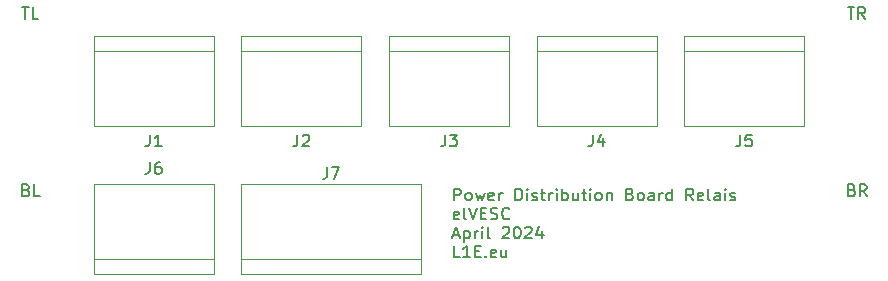
<source format=gbr>
%TF.GenerationSoftware,KiCad,Pcbnew,8.0.1*%
%TF.CreationDate,2024-04-19T10:07:40+02:00*%
%TF.ProjectId,PowerDistributionBoard,506f7765-7244-4697-9374-726962757469,rev?*%
%TF.SameCoordinates,Original*%
%TF.FileFunction,Legend,Top*%
%TF.FilePolarity,Positive*%
%FSLAX46Y46*%
G04 Gerber Fmt 4.6, Leading zero omitted, Abs format (unit mm)*
G04 Created by KiCad (PCBNEW 8.0.1) date 2024-04-19 10:07:40*
%MOMM*%
%LPD*%
G01*
G04 APERTURE LIST*
%ADD10C,0.150000*%
%ADD11C,0.120000*%
G04 APERTURE END LIST*
D10*
X162896779Y-47617987D02*
X162896779Y-46617987D01*
X162896779Y-46617987D02*
X163277731Y-46617987D01*
X163277731Y-46617987D02*
X163372969Y-46665606D01*
X163372969Y-46665606D02*
X163420588Y-46713225D01*
X163420588Y-46713225D02*
X163468207Y-46808463D01*
X163468207Y-46808463D02*
X163468207Y-46951320D01*
X163468207Y-46951320D02*
X163420588Y-47046558D01*
X163420588Y-47046558D02*
X163372969Y-47094177D01*
X163372969Y-47094177D02*
X163277731Y-47141796D01*
X163277731Y-47141796D02*
X162896779Y-47141796D01*
X164039636Y-47617987D02*
X163944398Y-47570368D01*
X163944398Y-47570368D02*
X163896779Y-47522748D01*
X163896779Y-47522748D02*
X163849160Y-47427510D01*
X163849160Y-47427510D02*
X163849160Y-47141796D01*
X163849160Y-47141796D02*
X163896779Y-47046558D01*
X163896779Y-47046558D02*
X163944398Y-46998939D01*
X163944398Y-46998939D02*
X164039636Y-46951320D01*
X164039636Y-46951320D02*
X164182493Y-46951320D01*
X164182493Y-46951320D02*
X164277731Y-46998939D01*
X164277731Y-46998939D02*
X164325350Y-47046558D01*
X164325350Y-47046558D02*
X164372969Y-47141796D01*
X164372969Y-47141796D02*
X164372969Y-47427510D01*
X164372969Y-47427510D02*
X164325350Y-47522748D01*
X164325350Y-47522748D02*
X164277731Y-47570368D01*
X164277731Y-47570368D02*
X164182493Y-47617987D01*
X164182493Y-47617987D02*
X164039636Y-47617987D01*
X164706303Y-46951320D02*
X164896779Y-47617987D01*
X164896779Y-47617987D02*
X165087255Y-47141796D01*
X165087255Y-47141796D02*
X165277731Y-47617987D01*
X165277731Y-47617987D02*
X165468207Y-46951320D01*
X166230112Y-47570368D02*
X166134874Y-47617987D01*
X166134874Y-47617987D02*
X165944398Y-47617987D01*
X165944398Y-47617987D02*
X165849160Y-47570368D01*
X165849160Y-47570368D02*
X165801541Y-47475129D01*
X165801541Y-47475129D02*
X165801541Y-47094177D01*
X165801541Y-47094177D02*
X165849160Y-46998939D01*
X165849160Y-46998939D02*
X165944398Y-46951320D01*
X165944398Y-46951320D02*
X166134874Y-46951320D01*
X166134874Y-46951320D02*
X166230112Y-46998939D01*
X166230112Y-46998939D02*
X166277731Y-47094177D01*
X166277731Y-47094177D02*
X166277731Y-47189415D01*
X166277731Y-47189415D02*
X165801541Y-47284653D01*
X166706303Y-47617987D02*
X166706303Y-46951320D01*
X166706303Y-47141796D02*
X166753922Y-47046558D01*
X166753922Y-47046558D02*
X166801541Y-46998939D01*
X166801541Y-46998939D02*
X166896779Y-46951320D01*
X166896779Y-46951320D02*
X166992017Y-46951320D01*
X168087256Y-47617987D02*
X168087256Y-46617987D01*
X168087256Y-46617987D02*
X168325351Y-46617987D01*
X168325351Y-46617987D02*
X168468208Y-46665606D01*
X168468208Y-46665606D02*
X168563446Y-46760844D01*
X168563446Y-46760844D02*
X168611065Y-46856082D01*
X168611065Y-46856082D02*
X168658684Y-47046558D01*
X168658684Y-47046558D02*
X168658684Y-47189415D01*
X168658684Y-47189415D02*
X168611065Y-47379891D01*
X168611065Y-47379891D02*
X168563446Y-47475129D01*
X168563446Y-47475129D02*
X168468208Y-47570368D01*
X168468208Y-47570368D02*
X168325351Y-47617987D01*
X168325351Y-47617987D02*
X168087256Y-47617987D01*
X169087256Y-47617987D02*
X169087256Y-46951320D01*
X169087256Y-46617987D02*
X169039637Y-46665606D01*
X169039637Y-46665606D02*
X169087256Y-46713225D01*
X169087256Y-46713225D02*
X169134875Y-46665606D01*
X169134875Y-46665606D02*
X169087256Y-46617987D01*
X169087256Y-46617987D02*
X169087256Y-46713225D01*
X169515827Y-47570368D02*
X169611065Y-47617987D01*
X169611065Y-47617987D02*
X169801541Y-47617987D01*
X169801541Y-47617987D02*
X169896779Y-47570368D01*
X169896779Y-47570368D02*
X169944398Y-47475129D01*
X169944398Y-47475129D02*
X169944398Y-47427510D01*
X169944398Y-47427510D02*
X169896779Y-47332272D01*
X169896779Y-47332272D02*
X169801541Y-47284653D01*
X169801541Y-47284653D02*
X169658684Y-47284653D01*
X169658684Y-47284653D02*
X169563446Y-47237034D01*
X169563446Y-47237034D02*
X169515827Y-47141796D01*
X169515827Y-47141796D02*
X169515827Y-47094177D01*
X169515827Y-47094177D02*
X169563446Y-46998939D01*
X169563446Y-46998939D02*
X169658684Y-46951320D01*
X169658684Y-46951320D02*
X169801541Y-46951320D01*
X169801541Y-46951320D02*
X169896779Y-46998939D01*
X170230113Y-46951320D02*
X170611065Y-46951320D01*
X170372970Y-46617987D02*
X170372970Y-47475129D01*
X170372970Y-47475129D02*
X170420589Y-47570368D01*
X170420589Y-47570368D02*
X170515827Y-47617987D01*
X170515827Y-47617987D02*
X170611065Y-47617987D01*
X170944399Y-47617987D02*
X170944399Y-46951320D01*
X170944399Y-47141796D02*
X170992018Y-47046558D01*
X170992018Y-47046558D02*
X171039637Y-46998939D01*
X171039637Y-46998939D02*
X171134875Y-46951320D01*
X171134875Y-46951320D02*
X171230113Y-46951320D01*
X171563447Y-47617987D02*
X171563447Y-46951320D01*
X171563447Y-46617987D02*
X171515828Y-46665606D01*
X171515828Y-46665606D02*
X171563447Y-46713225D01*
X171563447Y-46713225D02*
X171611066Y-46665606D01*
X171611066Y-46665606D02*
X171563447Y-46617987D01*
X171563447Y-46617987D02*
X171563447Y-46713225D01*
X172039637Y-47617987D02*
X172039637Y-46617987D01*
X172039637Y-46998939D02*
X172134875Y-46951320D01*
X172134875Y-46951320D02*
X172325351Y-46951320D01*
X172325351Y-46951320D02*
X172420589Y-46998939D01*
X172420589Y-46998939D02*
X172468208Y-47046558D01*
X172468208Y-47046558D02*
X172515827Y-47141796D01*
X172515827Y-47141796D02*
X172515827Y-47427510D01*
X172515827Y-47427510D02*
X172468208Y-47522748D01*
X172468208Y-47522748D02*
X172420589Y-47570368D01*
X172420589Y-47570368D02*
X172325351Y-47617987D01*
X172325351Y-47617987D02*
X172134875Y-47617987D01*
X172134875Y-47617987D02*
X172039637Y-47570368D01*
X173372970Y-46951320D02*
X173372970Y-47617987D01*
X172944399Y-46951320D02*
X172944399Y-47475129D01*
X172944399Y-47475129D02*
X172992018Y-47570368D01*
X172992018Y-47570368D02*
X173087256Y-47617987D01*
X173087256Y-47617987D02*
X173230113Y-47617987D01*
X173230113Y-47617987D02*
X173325351Y-47570368D01*
X173325351Y-47570368D02*
X173372970Y-47522748D01*
X173706304Y-46951320D02*
X174087256Y-46951320D01*
X173849161Y-46617987D02*
X173849161Y-47475129D01*
X173849161Y-47475129D02*
X173896780Y-47570368D01*
X173896780Y-47570368D02*
X173992018Y-47617987D01*
X173992018Y-47617987D02*
X174087256Y-47617987D01*
X174420590Y-47617987D02*
X174420590Y-46951320D01*
X174420590Y-46617987D02*
X174372971Y-46665606D01*
X174372971Y-46665606D02*
X174420590Y-46713225D01*
X174420590Y-46713225D02*
X174468209Y-46665606D01*
X174468209Y-46665606D02*
X174420590Y-46617987D01*
X174420590Y-46617987D02*
X174420590Y-46713225D01*
X175039637Y-47617987D02*
X174944399Y-47570368D01*
X174944399Y-47570368D02*
X174896780Y-47522748D01*
X174896780Y-47522748D02*
X174849161Y-47427510D01*
X174849161Y-47427510D02*
X174849161Y-47141796D01*
X174849161Y-47141796D02*
X174896780Y-47046558D01*
X174896780Y-47046558D02*
X174944399Y-46998939D01*
X174944399Y-46998939D02*
X175039637Y-46951320D01*
X175039637Y-46951320D02*
X175182494Y-46951320D01*
X175182494Y-46951320D02*
X175277732Y-46998939D01*
X175277732Y-46998939D02*
X175325351Y-47046558D01*
X175325351Y-47046558D02*
X175372970Y-47141796D01*
X175372970Y-47141796D02*
X175372970Y-47427510D01*
X175372970Y-47427510D02*
X175325351Y-47522748D01*
X175325351Y-47522748D02*
X175277732Y-47570368D01*
X175277732Y-47570368D02*
X175182494Y-47617987D01*
X175182494Y-47617987D02*
X175039637Y-47617987D01*
X175801542Y-46951320D02*
X175801542Y-47617987D01*
X175801542Y-47046558D02*
X175849161Y-46998939D01*
X175849161Y-46998939D02*
X175944399Y-46951320D01*
X175944399Y-46951320D02*
X176087256Y-46951320D01*
X176087256Y-46951320D02*
X176182494Y-46998939D01*
X176182494Y-46998939D02*
X176230113Y-47094177D01*
X176230113Y-47094177D02*
X176230113Y-47617987D01*
X177801542Y-47094177D02*
X177944399Y-47141796D01*
X177944399Y-47141796D02*
X177992018Y-47189415D01*
X177992018Y-47189415D02*
X178039637Y-47284653D01*
X178039637Y-47284653D02*
X178039637Y-47427510D01*
X178039637Y-47427510D02*
X177992018Y-47522748D01*
X177992018Y-47522748D02*
X177944399Y-47570368D01*
X177944399Y-47570368D02*
X177849161Y-47617987D01*
X177849161Y-47617987D02*
X177468209Y-47617987D01*
X177468209Y-47617987D02*
X177468209Y-46617987D01*
X177468209Y-46617987D02*
X177801542Y-46617987D01*
X177801542Y-46617987D02*
X177896780Y-46665606D01*
X177896780Y-46665606D02*
X177944399Y-46713225D01*
X177944399Y-46713225D02*
X177992018Y-46808463D01*
X177992018Y-46808463D02*
X177992018Y-46903701D01*
X177992018Y-46903701D02*
X177944399Y-46998939D01*
X177944399Y-46998939D02*
X177896780Y-47046558D01*
X177896780Y-47046558D02*
X177801542Y-47094177D01*
X177801542Y-47094177D02*
X177468209Y-47094177D01*
X178611066Y-47617987D02*
X178515828Y-47570368D01*
X178515828Y-47570368D02*
X178468209Y-47522748D01*
X178468209Y-47522748D02*
X178420590Y-47427510D01*
X178420590Y-47427510D02*
X178420590Y-47141796D01*
X178420590Y-47141796D02*
X178468209Y-47046558D01*
X178468209Y-47046558D02*
X178515828Y-46998939D01*
X178515828Y-46998939D02*
X178611066Y-46951320D01*
X178611066Y-46951320D02*
X178753923Y-46951320D01*
X178753923Y-46951320D02*
X178849161Y-46998939D01*
X178849161Y-46998939D02*
X178896780Y-47046558D01*
X178896780Y-47046558D02*
X178944399Y-47141796D01*
X178944399Y-47141796D02*
X178944399Y-47427510D01*
X178944399Y-47427510D02*
X178896780Y-47522748D01*
X178896780Y-47522748D02*
X178849161Y-47570368D01*
X178849161Y-47570368D02*
X178753923Y-47617987D01*
X178753923Y-47617987D02*
X178611066Y-47617987D01*
X179801542Y-47617987D02*
X179801542Y-47094177D01*
X179801542Y-47094177D02*
X179753923Y-46998939D01*
X179753923Y-46998939D02*
X179658685Y-46951320D01*
X179658685Y-46951320D02*
X179468209Y-46951320D01*
X179468209Y-46951320D02*
X179372971Y-46998939D01*
X179801542Y-47570368D02*
X179706304Y-47617987D01*
X179706304Y-47617987D02*
X179468209Y-47617987D01*
X179468209Y-47617987D02*
X179372971Y-47570368D01*
X179372971Y-47570368D02*
X179325352Y-47475129D01*
X179325352Y-47475129D02*
X179325352Y-47379891D01*
X179325352Y-47379891D02*
X179372971Y-47284653D01*
X179372971Y-47284653D02*
X179468209Y-47237034D01*
X179468209Y-47237034D02*
X179706304Y-47237034D01*
X179706304Y-47237034D02*
X179801542Y-47189415D01*
X180277733Y-47617987D02*
X180277733Y-46951320D01*
X180277733Y-47141796D02*
X180325352Y-47046558D01*
X180325352Y-47046558D02*
X180372971Y-46998939D01*
X180372971Y-46998939D02*
X180468209Y-46951320D01*
X180468209Y-46951320D02*
X180563447Y-46951320D01*
X181325352Y-47617987D02*
X181325352Y-46617987D01*
X181325352Y-47570368D02*
X181230114Y-47617987D01*
X181230114Y-47617987D02*
X181039638Y-47617987D01*
X181039638Y-47617987D02*
X180944400Y-47570368D01*
X180944400Y-47570368D02*
X180896781Y-47522748D01*
X180896781Y-47522748D02*
X180849162Y-47427510D01*
X180849162Y-47427510D02*
X180849162Y-47141796D01*
X180849162Y-47141796D02*
X180896781Y-47046558D01*
X180896781Y-47046558D02*
X180944400Y-46998939D01*
X180944400Y-46998939D02*
X181039638Y-46951320D01*
X181039638Y-46951320D02*
X181230114Y-46951320D01*
X181230114Y-46951320D02*
X181325352Y-46998939D01*
X183134876Y-47617987D02*
X182801543Y-47141796D01*
X182563448Y-47617987D02*
X182563448Y-46617987D01*
X182563448Y-46617987D02*
X182944400Y-46617987D01*
X182944400Y-46617987D02*
X183039638Y-46665606D01*
X183039638Y-46665606D02*
X183087257Y-46713225D01*
X183087257Y-46713225D02*
X183134876Y-46808463D01*
X183134876Y-46808463D02*
X183134876Y-46951320D01*
X183134876Y-46951320D02*
X183087257Y-47046558D01*
X183087257Y-47046558D02*
X183039638Y-47094177D01*
X183039638Y-47094177D02*
X182944400Y-47141796D01*
X182944400Y-47141796D02*
X182563448Y-47141796D01*
X183944400Y-47570368D02*
X183849162Y-47617987D01*
X183849162Y-47617987D02*
X183658686Y-47617987D01*
X183658686Y-47617987D02*
X183563448Y-47570368D01*
X183563448Y-47570368D02*
X183515829Y-47475129D01*
X183515829Y-47475129D02*
X183515829Y-47094177D01*
X183515829Y-47094177D02*
X183563448Y-46998939D01*
X183563448Y-46998939D02*
X183658686Y-46951320D01*
X183658686Y-46951320D02*
X183849162Y-46951320D01*
X183849162Y-46951320D02*
X183944400Y-46998939D01*
X183944400Y-46998939D02*
X183992019Y-47094177D01*
X183992019Y-47094177D02*
X183992019Y-47189415D01*
X183992019Y-47189415D02*
X183515829Y-47284653D01*
X184563448Y-47617987D02*
X184468210Y-47570368D01*
X184468210Y-47570368D02*
X184420591Y-47475129D01*
X184420591Y-47475129D02*
X184420591Y-46617987D01*
X185372972Y-47617987D02*
X185372972Y-47094177D01*
X185372972Y-47094177D02*
X185325353Y-46998939D01*
X185325353Y-46998939D02*
X185230115Y-46951320D01*
X185230115Y-46951320D02*
X185039639Y-46951320D01*
X185039639Y-46951320D02*
X184944401Y-46998939D01*
X185372972Y-47570368D02*
X185277734Y-47617987D01*
X185277734Y-47617987D02*
X185039639Y-47617987D01*
X185039639Y-47617987D02*
X184944401Y-47570368D01*
X184944401Y-47570368D02*
X184896782Y-47475129D01*
X184896782Y-47475129D02*
X184896782Y-47379891D01*
X184896782Y-47379891D02*
X184944401Y-47284653D01*
X184944401Y-47284653D02*
X185039639Y-47237034D01*
X185039639Y-47237034D02*
X185277734Y-47237034D01*
X185277734Y-47237034D02*
X185372972Y-47189415D01*
X185849163Y-47617987D02*
X185849163Y-46951320D01*
X185849163Y-46617987D02*
X185801544Y-46665606D01*
X185801544Y-46665606D02*
X185849163Y-46713225D01*
X185849163Y-46713225D02*
X185896782Y-46665606D01*
X185896782Y-46665606D02*
X185849163Y-46617987D01*
X185849163Y-46617987D02*
X185849163Y-46713225D01*
X186277734Y-47570368D02*
X186372972Y-47617987D01*
X186372972Y-47617987D02*
X186563448Y-47617987D01*
X186563448Y-47617987D02*
X186658686Y-47570368D01*
X186658686Y-47570368D02*
X186706305Y-47475129D01*
X186706305Y-47475129D02*
X186706305Y-47427510D01*
X186706305Y-47427510D02*
X186658686Y-47332272D01*
X186658686Y-47332272D02*
X186563448Y-47284653D01*
X186563448Y-47284653D02*
X186420591Y-47284653D01*
X186420591Y-47284653D02*
X186325353Y-47237034D01*
X186325353Y-47237034D02*
X186277734Y-47141796D01*
X186277734Y-47141796D02*
X186277734Y-47094177D01*
X186277734Y-47094177D02*
X186325353Y-46998939D01*
X186325353Y-46998939D02*
X186420591Y-46951320D01*
X186420591Y-46951320D02*
X186563448Y-46951320D01*
X186563448Y-46951320D02*
X186658686Y-46998939D01*
X163277731Y-49180312D02*
X163182493Y-49227931D01*
X163182493Y-49227931D02*
X162992017Y-49227931D01*
X162992017Y-49227931D02*
X162896779Y-49180312D01*
X162896779Y-49180312D02*
X162849160Y-49085073D01*
X162849160Y-49085073D02*
X162849160Y-48704121D01*
X162849160Y-48704121D02*
X162896779Y-48608883D01*
X162896779Y-48608883D02*
X162992017Y-48561264D01*
X162992017Y-48561264D02*
X163182493Y-48561264D01*
X163182493Y-48561264D02*
X163277731Y-48608883D01*
X163277731Y-48608883D02*
X163325350Y-48704121D01*
X163325350Y-48704121D02*
X163325350Y-48799359D01*
X163325350Y-48799359D02*
X162849160Y-48894597D01*
X163896779Y-49227931D02*
X163801541Y-49180312D01*
X163801541Y-49180312D02*
X163753922Y-49085073D01*
X163753922Y-49085073D02*
X163753922Y-48227931D01*
X164134875Y-48227931D02*
X164468208Y-49227931D01*
X164468208Y-49227931D02*
X164801541Y-48227931D01*
X165134875Y-48704121D02*
X165468208Y-48704121D01*
X165611065Y-49227931D02*
X165134875Y-49227931D01*
X165134875Y-49227931D02*
X165134875Y-48227931D01*
X165134875Y-48227931D02*
X165611065Y-48227931D01*
X165992018Y-49180312D02*
X166134875Y-49227931D01*
X166134875Y-49227931D02*
X166372970Y-49227931D01*
X166372970Y-49227931D02*
X166468208Y-49180312D01*
X166468208Y-49180312D02*
X166515827Y-49132692D01*
X166515827Y-49132692D02*
X166563446Y-49037454D01*
X166563446Y-49037454D02*
X166563446Y-48942216D01*
X166563446Y-48942216D02*
X166515827Y-48846978D01*
X166515827Y-48846978D02*
X166468208Y-48799359D01*
X166468208Y-48799359D02*
X166372970Y-48751740D01*
X166372970Y-48751740D02*
X166182494Y-48704121D01*
X166182494Y-48704121D02*
X166087256Y-48656502D01*
X166087256Y-48656502D02*
X166039637Y-48608883D01*
X166039637Y-48608883D02*
X165992018Y-48513645D01*
X165992018Y-48513645D02*
X165992018Y-48418407D01*
X165992018Y-48418407D02*
X166039637Y-48323169D01*
X166039637Y-48323169D02*
X166087256Y-48275550D01*
X166087256Y-48275550D02*
X166182494Y-48227931D01*
X166182494Y-48227931D02*
X166420589Y-48227931D01*
X166420589Y-48227931D02*
X166563446Y-48275550D01*
X167563446Y-49132692D02*
X167515827Y-49180312D01*
X167515827Y-49180312D02*
X167372970Y-49227931D01*
X167372970Y-49227931D02*
X167277732Y-49227931D01*
X167277732Y-49227931D02*
X167134875Y-49180312D01*
X167134875Y-49180312D02*
X167039637Y-49085073D01*
X167039637Y-49085073D02*
X166992018Y-48989835D01*
X166992018Y-48989835D02*
X166944399Y-48799359D01*
X166944399Y-48799359D02*
X166944399Y-48656502D01*
X166944399Y-48656502D02*
X166992018Y-48466026D01*
X166992018Y-48466026D02*
X167039637Y-48370788D01*
X167039637Y-48370788D02*
X167134875Y-48275550D01*
X167134875Y-48275550D02*
X167277732Y-48227931D01*
X167277732Y-48227931D02*
X167372970Y-48227931D01*
X167372970Y-48227931D02*
X167515827Y-48275550D01*
X167515827Y-48275550D02*
X167563446Y-48323169D01*
X162849160Y-50552160D02*
X163325350Y-50552160D01*
X162753922Y-50837875D02*
X163087255Y-49837875D01*
X163087255Y-49837875D02*
X163420588Y-50837875D01*
X163753922Y-50171208D02*
X163753922Y-51171208D01*
X163753922Y-50218827D02*
X163849160Y-50171208D01*
X163849160Y-50171208D02*
X164039636Y-50171208D01*
X164039636Y-50171208D02*
X164134874Y-50218827D01*
X164134874Y-50218827D02*
X164182493Y-50266446D01*
X164182493Y-50266446D02*
X164230112Y-50361684D01*
X164230112Y-50361684D02*
X164230112Y-50647398D01*
X164230112Y-50647398D02*
X164182493Y-50742636D01*
X164182493Y-50742636D02*
X164134874Y-50790256D01*
X164134874Y-50790256D02*
X164039636Y-50837875D01*
X164039636Y-50837875D02*
X163849160Y-50837875D01*
X163849160Y-50837875D02*
X163753922Y-50790256D01*
X164658684Y-50837875D02*
X164658684Y-50171208D01*
X164658684Y-50361684D02*
X164706303Y-50266446D01*
X164706303Y-50266446D02*
X164753922Y-50218827D01*
X164753922Y-50218827D02*
X164849160Y-50171208D01*
X164849160Y-50171208D02*
X164944398Y-50171208D01*
X165277732Y-50837875D02*
X165277732Y-50171208D01*
X165277732Y-49837875D02*
X165230113Y-49885494D01*
X165230113Y-49885494D02*
X165277732Y-49933113D01*
X165277732Y-49933113D02*
X165325351Y-49885494D01*
X165325351Y-49885494D02*
X165277732Y-49837875D01*
X165277732Y-49837875D02*
X165277732Y-49933113D01*
X165896779Y-50837875D02*
X165801541Y-50790256D01*
X165801541Y-50790256D02*
X165753922Y-50695017D01*
X165753922Y-50695017D02*
X165753922Y-49837875D01*
X166992018Y-49933113D02*
X167039637Y-49885494D01*
X167039637Y-49885494D02*
X167134875Y-49837875D01*
X167134875Y-49837875D02*
X167372970Y-49837875D01*
X167372970Y-49837875D02*
X167468208Y-49885494D01*
X167468208Y-49885494D02*
X167515827Y-49933113D01*
X167515827Y-49933113D02*
X167563446Y-50028351D01*
X167563446Y-50028351D02*
X167563446Y-50123589D01*
X167563446Y-50123589D02*
X167515827Y-50266446D01*
X167515827Y-50266446D02*
X166944399Y-50837875D01*
X166944399Y-50837875D02*
X167563446Y-50837875D01*
X168182494Y-49837875D02*
X168277732Y-49837875D01*
X168277732Y-49837875D02*
X168372970Y-49885494D01*
X168372970Y-49885494D02*
X168420589Y-49933113D01*
X168420589Y-49933113D02*
X168468208Y-50028351D01*
X168468208Y-50028351D02*
X168515827Y-50218827D01*
X168515827Y-50218827D02*
X168515827Y-50456922D01*
X168515827Y-50456922D02*
X168468208Y-50647398D01*
X168468208Y-50647398D02*
X168420589Y-50742636D01*
X168420589Y-50742636D02*
X168372970Y-50790256D01*
X168372970Y-50790256D02*
X168277732Y-50837875D01*
X168277732Y-50837875D02*
X168182494Y-50837875D01*
X168182494Y-50837875D02*
X168087256Y-50790256D01*
X168087256Y-50790256D02*
X168039637Y-50742636D01*
X168039637Y-50742636D02*
X167992018Y-50647398D01*
X167992018Y-50647398D02*
X167944399Y-50456922D01*
X167944399Y-50456922D02*
X167944399Y-50218827D01*
X167944399Y-50218827D02*
X167992018Y-50028351D01*
X167992018Y-50028351D02*
X168039637Y-49933113D01*
X168039637Y-49933113D02*
X168087256Y-49885494D01*
X168087256Y-49885494D02*
X168182494Y-49837875D01*
X168896780Y-49933113D02*
X168944399Y-49885494D01*
X168944399Y-49885494D02*
X169039637Y-49837875D01*
X169039637Y-49837875D02*
X169277732Y-49837875D01*
X169277732Y-49837875D02*
X169372970Y-49885494D01*
X169372970Y-49885494D02*
X169420589Y-49933113D01*
X169420589Y-49933113D02*
X169468208Y-50028351D01*
X169468208Y-50028351D02*
X169468208Y-50123589D01*
X169468208Y-50123589D02*
X169420589Y-50266446D01*
X169420589Y-50266446D02*
X168849161Y-50837875D01*
X168849161Y-50837875D02*
X169468208Y-50837875D01*
X170325351Y-50171208D02*
X170325351Y-50837875D01*
X170087256Y-49790256D02*
X169849161Y-50504541D01*
X169849161Y-50504541D02*
X170468208Y-50504541D01*
X163372969Y-52447819D02*
X162896779Y-52447819D01*
X162896779Y-52447819D02*
X162896779Y-51447819D01*
X164230112Y-52447819D02*
X163658684Y-52447819D01*
X163944398Y-52447819D02*
X163944398Y-51447819D01*
X163944398Y-51447819D02*
X163849160Y-51590676D01*
X163849160Y-51590676D02*
X163753922Y-51685914D01*
X163753922Y-51685914D02*
X163658684Y-51733533D01*
X164658684Y-51924009D02*
X164992017Y-51924009D01*
X165134874Y-52447819D02*
X164658684Y-52447819D01*
X164658684Y-52447819D02*
X164658684Y-51447819D01*
X164658684Y-51447819D02*
X165134874Y-51447819D01*
X165563446Y-52352580D02*
X165611065Y-52400200D01*
X165611065Y-52400200D02*
X165563446Y-52447819D01*
X165563446Y-52447819D02*
X165515827Y-52400200D01*
X165515827Y-52400200D02*
X165563446Y-52352580D01*
X165563446Y-52352580D02*
X165563446Y-52447819D01*
X166420588Y-52400200D02*
X166325350Y-52447819D01*
X166325350Y-52447819D02*
X166134874Y-52447819D01*
X166134874Y-52447819D02*
X166039636Y-52400200D01*
X166039636Y-52400200D02*
X165992017Y-52304961D01*
X165992017Y-52304961D02*
X165992017Y-51924009D01*
X165992017Y-51924009D02*
X166039636Y-51828771D01*
X166039636Y-51828771D02*
X166134874Y-51781152D01*
X166134874Y-51781152D02*
X166325350Y-51781152D01*
X166325350Y-51781152D02*
X166420588Y-51828771D01*
X166420588Y-51828771D02*
X166468207Y-51924009D01*
X166468207Y-51924009D02*
X166468207Y-52019247D01*
X166468207Y-52019247D02*
X165992017Y-52114485D01*
X167325350Y-51781152D02*
X167325350Y-52447819D01*
X166896779Y-51781152D02*
X166896779Y-52304961D01*
X166896779Y-52304961D02*
X166944398Y-52400200D01*
X166944398Y-52400200D02*
X167039636Y-52447819D01*
X167039636Y-52447819D02*
X167182493Y-52447819D01*
X167182493Y-52447819D02*
X167277731Y-52400200D01*
X167277731Y-52400200D02*
X167325350Y-52352580D01*
X152136666Y-44804819D02*
X152136666Y-45519104D01*
X152136666Y-45519104D02*
X152089047Y-45661961D01*
X152089047Y-45661961D02*
X151993809Y-45757200D01*
X151993809Y-45757200D02*
X151850952Y-45804819D01*
X151850952Y-45804819D02*
X151755714Y-45804819D01*
X152517619Y-44804819D02*
X153184285Y-44804819D01*
X153184285Y-44804819D02*
X152755714Y-45804819D01*
X137126666Y-44374819D02*
X137126666Y-45089104D01*
X137126666Y-45089104D02*
X137079047Y-45231961D01*
X137079047Y-45231961D02*
X136983809Y-45327200D01*
X136983809Y-45327200D02*
X136840952Y-45374819D01*
X136840952Y-45374819D02*
X136745714Y-45374819D01*
X138031428Y-44374819D02*
X137840952Y-44374819D01*
X137840952Y-44374819D02*
X137745714Y-44422438D01*
X137745714Y-44422438D02*
X137698095Y-44470057D01*
X137698095Y-44470057D02*
X137602857Y-44612914D01*
X137602857Y-44612914D02*
X137555238Y-44803390D01*
X137555238Y-44803390D02*
X137555238Y-45184342D01*
X137555238Y-45184342D02*
X137602857Y-45279580D01*
X137602857Y-45279580D02*
X137650476Y-45327200D01*
X137650476Y-45327200D02*
X137745714Y-45374819D01*
X137745714Y-45374819D02*
X137936190Y-45374819D01*
X137936190Y-45374819D02*
X138031428Y-45327200D01*
X138031428Y-45327200D02*
X138079047Y-45279580D01*
X138079047Y-45279580D02*
X138126666Y-45184342D01*
X138126666Y-45184342D02*
X138126666Y-44946247D01*
X138126666Y-44946247D02*
X138079047Y-44851009D01*
X138079047Y-44851009D02*
X138031428Y-44803390D01*
X138031428Y-44803390D02*
X137936190Y-44755771D01*
X137936190Y-44755771D02*
X137745714Y-44755771D01*
X137745714Y-44755771D02*
X137650476Y-44803390D01*
X137650476Y-44803390D02*
X137602857Y-44851009D01*
X137602857Y-44851009D02*
X137555238Y-44946247D01*
X149626666Y-42034819D02*
X149626666Y-42749104D01*
X149626666Y-42749104D02*
X149579047Y-42891961D01*
X149579047Y-42891961D02*
X149483809Y-42987200D01*
X149483809Y-42987200D02*
X149340952Y-43034819D01*
X149340952Y-43034819D02*
X149245714Y-43034819D01*
X150055238Y-42130057D02*
X150102857Y-42082438D01*
X150102857Y-42082438D02*
X150198095Y-42034819D01*
X150198095Y-42034819D02*
X150436190Y-42034819D01*
X150436190Y-42034819D02*
X150531428Y-42082438D01*
X150531428Y-42082438D02*
X150579047Y-42130057D01*
X150579047Y-42130057D02*
X150626666Y-42225295D01*
X150626666Y-42225295D02*
X150626666Y-42320533D01*
X150626666Y-42320533D02*
X150579047Y-42463390D01*
X150579047Y-42463390D02*
X150007619Y-43034819D01*
X150007619Y-43034819D02*
X150626666Y-43034819D01*
X137126666Y-42034819D02*
X137126666Y-42749104D01*
X137126666Y-42749104D02*
X137079047Y-42891961D01*
X137079047Y-42891961D02*
X136983809Y-42987200D01*
X136983809Y-42987200D02*
X136840952Y-43034819D01*
X136840952Y-43034819D02*
X136745714Y-43034819D01*
X138126666Y-43034819D02*
X137555238Y-43034819D01*
X137840952Y-43034819D02*
X137840952Y-42034819D01*
X137840952Y-42034819D02*
X137745714Y-42177676D01*
X137745714Y-42177676D02*
X137650476Y-42272914D01*
X137650476Y-42272914D02*
X137555238Y-42320533D01*
X162126666Y-42034819D02*
X162126666Y-42749104D01*
X162126666Y-42749104D02*
X162079047Y-42891961D01*
X162079047Y-42891961D02*
X161983809Y-42987200D01*
X161983809Y-42987200D02*
X161840952Y-43034819D01*
X161840952Y-43034819D02*
X161745714Y-43034819D01*
X162507619Y-42034819D02*
X163126666Y-42034819D01*
X163126666Y-42034819D02*
X162793333Y-42415771D01*
X162793333Y-42415771D02*
X162936190Y-42415771D01*
X162936190Y-42415771D02*
X163031428Y-42463390D01*
X163031428Y-42463390D02*
X163079047Y-42511009D01*
X163079047Y-42511009D02*
X163126666Y-42606247D01*
X163126666Y-42606247D02*
X163126666Y-42844342D01*
X163126666Y-42844342D02*
X163079047Y-42939580D01*
X163079047Y-42939580D02*
X163031428Y-42987200D01*
X163031428Y-42987200D02*
X162936190Y-43034819D01*
X162936190Y-43034819D02*
X162650476Y-43034819D01*
X162650476Y-43034819D02*
X162555238Y-42987200D01*
X162555238Y-42987200D02*
X162507619Y-42939580D01*
X174626666Y-42034819D02*
X174626666Y-42749104D01*
X174626666Y-42749104D02*
X174579047Y-42891961D01*
X174579047Y-42891961D02*
X174483809Y-42987200D01*
X174483809Y-42987200D02*
X174340952Y-43034819D01*
X174340952Y-43034819D02*
X174245714Y-43034819D01*
X175531428Y-42368152D02*
X175531428Y-43034819D01*
X175293333Y-41987200D02*
X175055238Y-42701485D01*
X175055238Y-42701485D02*
X175674285Y-42701485D01*
X126666666Y-46731009D02*
X126809523Y-46778628D01*
X126809523Y-46778628D02*
X126857142Y-46826247D01*
X126857142Y-46826247D02*
X126904761Y-46921485D01*
X126904761Y-46921485D02*
X126904761Y-47064342D01*
X126904761Y-47064342D02*
X126857142Y-47159580D01*
X126857142Y-47159580D02*
X126809523Y-47207200D01*
X126809523Y-47207200D02*
X126714285Y-47254819D01*
X126714285Y-47254819D02*
X126333333Y-47254819D01*
X126333333Y-47254819D02*
X126333333Y-46254819D01*
X126333333Y-46254819D02*
X126666666Y-46254819D01*
X126666666Y-46254819D02*
X126761904Y-46302438D01*
X126761904Y-46302438D02*
X126809523Y-46350057D01*
X126809523Y-46350057D02*
X126857142Y-46445295D01*
X126857142Y-46445295D02*
X126857142Y-46540533D01*
X126857142Y-46540533D02*
X126809523Y-46635771D01*
X126809523Y-46635771D02*
X126761904Y-46683390D01*
X126761904Y-46683390D02*
X126666666Y-46731009D01*
X126666666Y-46731009D02*
X126333333Y-46731009D01*
X127809523Y-47254819D02*
X127333333Y-47254819D01*
X127333333Y-47254819D02*
X127333333Y-46254819D01*
X196571428Y-46731009D02*
X196714285Y-46778628D01*
X196714285Y-46778628D02*
X196761904Y-46826247D01*
X196761904Y-46826247D02*
X196809523Y-46921485D01*
X196809523Y-46921485D02*
X196809523Y-47064342D01*
X196809523Y-47064342D02*
X196761904Y-47159580D01*
X196761904Y-47159580D02*
X196714285Y-47207200D01*
X196714285Y-47207200D02*
X196619047Y-47254819D01*
X196619047Y-47254819D02*
X196238095Y-47254819D01*
X196238095Y-47254819D02*
X196238095Y-46254819D01*
X196238095Y-46254819D02*
X196571428Y-46254819D01*
X196571428Y-46254819D02*
X196666666Y-46302438D01*
X196666666Y-46302438D02*
X196714285Y-46350057D01*
X196714285Y-46350057D02*
X196761904Y-46445295D01*
X196761904Y-46445295D02*
X196761904Y-46540533D01*
X196761904Y-46540533D02*
X196714285Y-46635771D01*
X196714285Y-46635771D02*
X196666666Y-46683390D01*
X196666666Y-46683390D02*
X196571428Y-46731009D01*
X196571428Y-46731009D02*
X196238095Y-46731009D01*
X197809523Y-47254819D02*
X197476190Y-46778628D01*
X197238095Y-47254819D02*
X197238095Y-46254819D01*
X197238095Y-46254819D02*
X197619047Y-46254819D01*
X197619047Y-46254819D02*
X197714285Y-46302438D01*
X197714285Y-46302438D02*
X197761904Y-46350057D01*
X197761904Y-46350057D02*
X197809523Y-46445295D01*
X197809523Y-46445295D02*
X197809523Y-46588152D01*
X197809523Y-46588152D02*
X197761904Y-46683390D01*
X197761904Y-46683390D02*
X197714285Y-46731009D01*
X197714285Y-46731009D02*
X197619047Y-46778628D01*
X197619047Y-46778628D02*
X197238095Y-46778628D01*
X187126666Y-42034819D02*
X187126666Y-42749104D01*
X187126666Y-42749104D02*
X187079047Y-42891961D01*
X187079047Y-42891961D02*
X186983809Y-42987200D01*
X186983809Y-42987200D02*
X186840952Y-43034819D01*
X186840952Y-43034819D02*
X186745714Y-43034819D01*
X188079047Y-42034819D02*
X187602857Y-42034819D01*
X187602857Y-42034819D02*
X187555238Y-42511009D01*
X187555238Y-42511009D02*
X187602857Y-42463390D01*
X187602857Y-42463390D02*
X187698095Y-42415771D01*
X187698095Y-42415771D02*
X187936190Y-42415771D01*
X187936190Y-42415771D02*
X188031428Y-42463390D01*
X188031428Y-42463390D02*
X188079047Y-42511009D01*
X188079047Y-42511009D02*
X188126666Y-42606247D01*
X188126666Y-42606247D02*
X188126666Y-42844342D01*
X188126666Y-42844342D02*
X188079047Y-42939580D01*
X188079047Y-42939580D02*
X188031428Y-42987200D01*
X188031428Y-42987200D02*
X187936190Y-43034819D01*
X187936190Y-43034819D02*
X187698095Y-43034819D01*
X187698095Y-43034819D02*
X187602857Y-42987200D01*
X187602857Y-42987200D02*
X187555238Y-42939580D01*
X196214286Y-31254819D02*
X196785714Y-31254819D01*
X196500000Y-32254819D02*
X196500000Y-31254819D01*
X197690476Y-32254819D02*
X197357143Y-31778628D01*
X197119048Y-32254819D02*
X197119048Y-31254819D01*
X197119048Y-31254819D02*
X197500000Y-31254819D01*
X197500000Y-31254819D02*
X197595238Y-31302438D01*
X197595238Y-31302438D02*
X197642857Y-31350057D01*
X197642857Y-31350057D02*
X197690476Y-31445295D01*
X197690476Y-31445295D02*
X197690476Y-31588152D01*
X197690476Y-31588152D02*
X197642857Y-31683390D01*
X197642857Y-31683390D02*
X197595238Y-31731009D01*
X197595238Y-31731009D02*
X197500000Y-31778628D01*
X197500000Y-31778628D02*
X197119048Y-31778628D01*
X126309524Y-31254819D02*
X126880952Y-31254819D01*
X126595238Y-32254819D02*
X126595238Y-31254819D01*
X127690476Y-32254819D02*
X127214286Y-32254819D01*
X127214286Y-32254819D02*
X127214286Y-31254819D01*
D11*
%TO.C,J7*%
X144880000Y-46190000D02*
X160120000Y-46190000D01*
X144880000Y-52540000D02*
X160120000Y-52540000D01*
X144880000Y-53810000D02*
X144880000Y-46190000D01*
X144880000Y-53810000D02*
X160120000Y-53810000D01*
X160120000Y-53810000D02*
X160120000Y-46190000D01*
%TO.C,J6*%
X132380000Y-46190000D02*
X132380000Y-53810000D01*
X132380000Y-53810000D02*
X142540000Y-53810000D01*
X142540000Y-46190000D02*
X132380000Y-46190000D01*
X142540000Y-52540000D02*
X132380000Y-52540000D01*
X142540000Y-53810000D02*
X142540000Y-46190000D01*
%TO.C,J2*%
X144880000Y-33690000D02*
X144880000Y-41310000D01*
X144880000Y-34960000D02*
X155040000Y-34960000D01*
X144880000Y-41310000D02*
X155040000Y-41310000D01*
X155040000Y-33690000D02*
X144880000Y-33690000D01*
X155040000Y-41310000D02*
X155040000Y-33690000D01*
%TO.C,J1*%
X132380000Y-33690000D02*
X132380000Y-41310000D01*
X132380000Y-34960000D02*
X142540000Y-34960000D01*
X132380000Y-41310000D02*
X142540000Y-41310000D01*
X142540000Y-33690000D02*
X132380000Y-33690000D01*
X142540000Y-41310000D02*
X142540000Y-33690000D01*
%TO.C,J3*%
X157380000Y-33690000D02*
X157380000Y-41310000D01*
X157380000Y-34960000D02*
X167540000Y-34960000D01*
X157380000Y-41310000D02*
X167540000Y-41310000D01*
X167540000Y-33690000D02*
X157380000Y-33690000D01*
X167540000Y-41310000D02*
X167540000Y-33690000D01*
%TO.C,J4*%
X169880000Y-33690000D02*
X169880000Y-41310000D01*
X169880000Y-34960000D02*
X180040000Y-34960000D01*
X169880000Y-41310000D02*
X180040000Y-41310000D01*
X180040000Y-33690000D02*
X169880000Y-33690000D01*
X180040000Y-41310000D02*
X180040000Y-33690000D01*
%TO.C,J5*%
X182380000Y-33690000D02*
X182380000Y-41310000D01*
X182380000Y-34960000D02*
X192540000Y-34960000D01*
X182380000Y-41310000D02*
X192540000Y-41310000D01*
X192540000Y-33690000D02*
X182380000Y-33690000D01*
X192540000Y-41310000D02*
X192540000Y-33690000D01*
%TD*%
M02*

</source>
